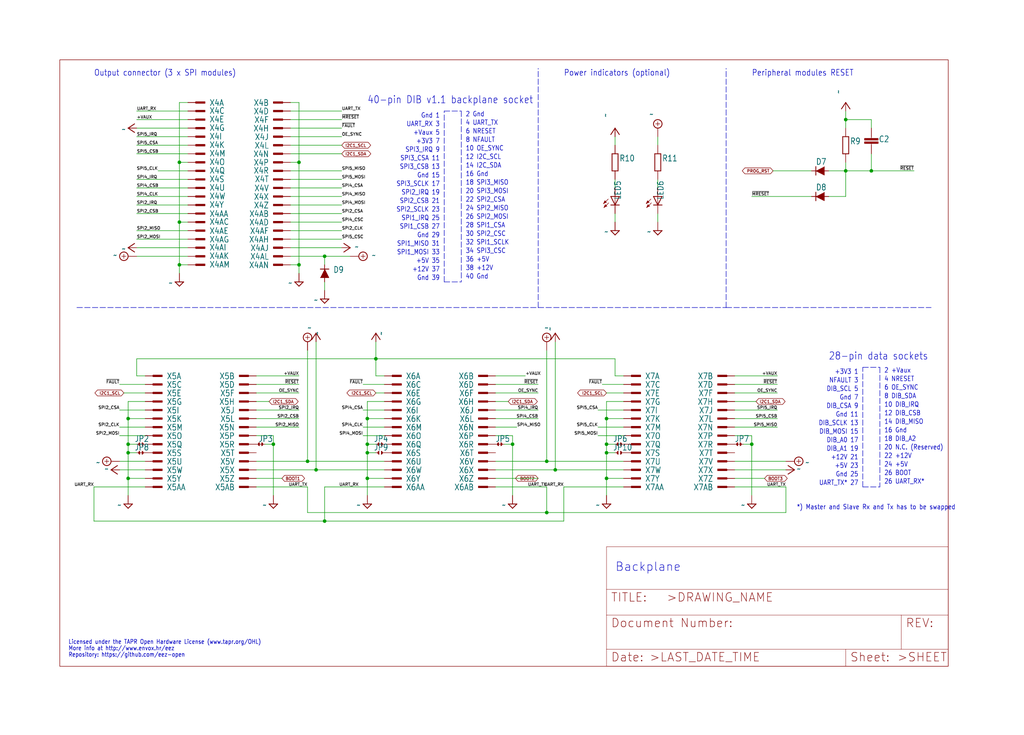
<source format=kicad_sch>
(kicad_sch (version 20211123) (generator eeschema)
  (paper "User" 304.495 218.491)
  (junction (at 180.34 132.08))
  (junction (at 109.22 132.08))
  (junction (at 38.1 134.62))
  (junction (at 180.34 134.62))
  (junction (at 53.34 78.74))
  (junction (at 88.9 48.26))
  (junction (at 109.22 134.62))
  (junction (at 38.1 142.24))
  (junction (at 81.28 132.08))
  (junction (at 93.98 139.7))
  (junction (at 180.34 124.46))
  (junction (at 38.1 124.46))
  (junction (at 251.46 50.8))
  (junction (at 251.46 35.56))
  (junction (at 88.9 78.74))
  (junction (at 223.52 132.08))
  (junction (at 109.22 142.24))
  (junction (at 53.34 66.04))
  (junction (at 96.52 76.2))
  (junction (at 162.56 152.4))
  (junction (at 38.1 132.08))
  (junction (at 162.56 137.16))
  (junction (at 259.08 50.8))
  (junction (at 111.76 106.68))
  (junction (at 91.44 137.16))
  (junction (at 165.1 139.7))
  (junction (at 96.52 154.94))
  (junction (at 180.34 142.24))
  (junction (at 109.22 124.46))
  (junction (at 53.34 48.26))
  (junction (at 152.4 132.08))
  (wire (pts (xy 96.52 83.82) (xy 96.52 86.36)))
  (wire (pts (xy 195.58 66.04) (xy 195.58 63.5)))
  (wire (pts (xy 218.44 111.76) (xy 231.14 111.76)))
  (wire (pts (xy 251.46 50.8) (xy 251.46 48.26)))
  (wire (pts (xy 86.36 45.72) (xy 101.6 45.72)))
  (wire (pts (xy 76.2 127) (xy 88.9 127)))
  (wire (pts (xy 55.88 68.58) (xy 40.64 68.58)))
  (polyline (pts (xy 261.62 109.22) (xy 261.62 144.78)))
  (wire (pts (xy 91.44 137.16) (xy 91.44 104.14)))
  (wire (pts (xy 43.18 121.92) (xy 35.56 121.92)))
  (wire (pts (xy 40.64 73.66) (xy 55.88 73.66)))
  (wire (pts (xy 114.3 111.76) (xy 111.76 111.76)))
  (wire (pts (xy 182.88 134.62) (xy 180.34 134.62)))
  (wire (pts (xy 53.34 48.26) (xy 53.34 30.48)))
  (wire (pts (xy 180.34 147.32) (xy 180.34 142.24)))
  (wire (pts (xy 114.3 114.3) (xy 107.95 114.3)))
  (wire (pts (xy 35.56 139.7) (xy 43.18 139.7)))
  (wire (pts (xy 147.32 119.38) (xy 151.13 119.38)))
  (wire (pts (xy 96.52 144.78) (xy 114.3 144.78)))
  (wire (pts (xy 86.36 55.88) (xy 101.6 55.88)))
  (polyline (pts (xy 215.9 91.44) (xy 276.86 91.44)))
  (wire (pts (xy 114.3 121.92) (xy 107.95 121.92)))
  (wire (pts (xy 180.34 142.24) (xy 180.34 134.62)))
  (wire (pts (xy 111.76 106.68) (xy 111.76 101.6)))
  (wire (pts (xy 55.88 50.8) (xy 46.99 50.8)))
  (wire (pts (xy 55.88 78.74) (xy 53.34 78.74)))
  (wire (pts (xy 86.36 58.42) (xy 101.6 58.42)))
  (wire (pts (xy 246.38 50.8) (xy 251.46 50.8)))
  (wire (pts (xy 147.32 121.92) (xy 160.02 121.92)))
  (wire (pts (xy 162.56 144.78) (xy 147.32 144.78)))
  (wire (pts (xy 162.56 152.4) (xy 162.56 144.78)))
  (wire (pts (xy 86.36 33.02) (xy 101.6 33.02)))
  (wire (pts (xy 55.88 66.04) (xy 53.34 66.04)))
  (wire (pts (xy 43.18 114.3) (xy 35.56 114.3)))
  (wire (pts (xy 55.88 55.88) (xy 40.64 55.88)))
  (wire (pts (xy 55.88 45.72) (xy 40.64 45.72)))
  (wire (pts (xy 147.32 142.24) (xy 160.02 142.24)))
  (wire (pts (xy 86.36 63.5) (xy 101.6 63.5)))
  (wire (pts (xy 147.32 139.7) (xy 165.1 139.7)))
  (wire (pts (xy 246.38 58.42) (xy 251.46 58.42)))
  (wire (pts (xy 167.64 144.78) (xy 167.64 154.94)))
  (wire (pts (xy 259.08 45.72) (xy 259.08 50.8)))
  (wire (pts (xy 182.88 106.68) (xy 182.88 111.76)))
  (wire (pts (xy 76.2 124.46) (xy 88.9 124.46)))
  (wire (pts (xy 38.1 124.46) (xy 38.1 119.38)))
  (wire (pts (xy 259.08 50.8) (xy 271.78 50.8)))
  (wire (pts (xy 223.52 129.54) (xy 218.44 129.54)))
  (wire (pts (xy 182.88 43.18) (xy 182.88 40.64)))
  (wire (pts (xy 43.18 111.76) (xy 40.64 111.76)))
  (wire (pts (xy 43.18 119.38) (xy 38.1 119.38)))
  (wire (pts (xy 40.64 111.76) (xy 40.64 106.68)))
  (wire (pts (xy 180.34 134.62) (xy 180.34 132.08)))
  (wire (pts (xy 101.6 40.64) (xy 86.36 40.64)))
  (wire (pts (xy 86.36 73.66) (xy 101.6 73.66)))
  (wire (pts (xy 86.36 35.56) (xy 101.6 35.56)))
  (polyline (pts (xy 160.02 91.44) (xy 160.02 20.32)))
  (wire (pts (xy 185.42 116.84) (xy 180.34 116.84)))
  (wire (pts (xy 43.18 124.46) (xy 38.1 124.46)))
  (wire (pts (xy 251.46 35.56) (xy 251.46 38.1)))
  (wire (pts (xy 43.18 116.84) (xy 36.83 116.84)))
  (wire (pts (xy 96.52 76.2) (xy 104.14 76.2)))
  (wire (pts (xy 109.22 142.24) (xy 109.22 147.32)))
  (wire (pts (xy 218.44 144.78) (xy 233.68 144.78)))
  (wire (pts (xy 55.88 40.64) (xy 40.64 40.64)))
  (wire (pts (xy 53.34 66.04) (xy 53.34 48.26)))
  (wire (pts (xy 185.42 144.78) (xy 167.64 144.78)))
  (wire (pts (xy 223.52 132.08) (xy 223.52 129.54)))
  (wire (pts (xy 86.36 68.58) (xy 101.6 68.58)))
  (wire (pts (xy 55.88 43.18) (xy 40.64 43.18)))
  (wire (pts (xy 86.36 71.12) (xy 101.6 71.12)))
  (wire (pts (xy 86.36 78.74) (xy 88.9 78.74)))
  (wire (pts (xy 53.34 78.74) (xy 53.34 66.04)))
  (wire (pts (xy 233.68 152.4) (xy 233.68 144.78)))
  (wire (pts (xy 147.32 137.16) (xy 162.56 137.16)))
  (wire (pts (xy 233.68 139.7) (xy 218.44 139.7)))
  (wire (pts (xy 114.3 129.54) (xy 107.95 129.54)))
  (wire (pts (xy 43.18 129.54) (xy 35.56 129.54)))
  (wire (pts (xy 180.34 124.46) (xy 180.34 119.38)))
  (wire (pts (xy 76.2 137.16) (xy 91.44 137.16)))
  (wire (pts (xy 91.44 144.78) (xy 91.44 152.4)))
  (wire (pts (xy 114.3 124.46) (xy 109.22 124.46)))
  (wire (pts (xy 86.36 60.96) (xy 101.6 60.96)))
  (wire (pts (xy 233.68 137.16) (xy 218.44 137.16)))
  (wire (pts (xy 86.36 53.34) (xy 101.6 53.34)))
  (polyline (pts (xy 215.9 91.44) (xy 215.9 20.32)))
  (wire (pts (xy 27.94 144.78) (xy 27.94 154.94)))
  (wire (pts (xy 147.32 124.46) (xy 160.02 124.46)))
  (wire (pts (xy 220.98 132.08) (xy 223.52 132.08)))
  (wire (pts (xy 111.76 111.76) (xy 111.76 106.68)))
  (wire (pts (xy 86.36 30.48) (xy 88.9 30.48)))
  (wire (pts (xy 40.64 132.08) (xy 38.1 132.08)))
  (wire (pts (xy 81.28 147.32) (xy 81.28 132.08)))
  (wire (pts (xy 55.88 60.96) (xy 40.64 60.96)))
  (wire (pts (xy 93.98 139.7) (xy 93.98 101.6)))
  (wire (pts (xy 114.3 116.84) (xy 111.76 116.84)))
  (wire (pts (xy 147.32 127) (xy 153.67 127)))
  (wire (pts (xy 76.2 129.54) (xy 81.28 129.54)))
  (wire (pts (xy 251.46 58.42) (xy 251.46 50.8)))
  (wire (pts (xy 86.36 66.04) (xy 101.6 66.04)))
  (wire (pts (xy 88.9 81.28) (xy 88.9 78.74)))
  (wire (pts (xy 55.88 63.5) (xy 40.64 63.5)))
  (wire (pts (xy 251.46 33.02) (xy 251.46 35.56)))
  (polyline (pts (xy 160.02 91.44) (xy 215.9 91.44)))
  (wire (pts (xy 53.34 81.28) (xy 53.34 78.74)))
  (wire (pts (xy 114.3 119.38) (xy 109.22 119.38)))
  (wire (pts (xy 76.2 121.92) (xy 88.9 121.92)))
  (wire (pts (xy 91.44 137.16) (xy 114.3 137.16)))
  (wire (pts (xy 109.22 134.62) (xy 109.22 132.08)))
  (wire (pts (xy 229.87 50.8) (xy 241.3 50.8)))
  (wire (pts (xy 185.42 119.38) (xy 180.34 119.38)))
  (wire (pts (xy 38.1 132.08) (xy 38.1 124.46)))
  (wire (pts (xy 114.3 142.24) (xy 109.22 142.24)))
  (wire (pts (xy 162.56 137.16) (xy 162.56 104.14)))
  (wire (pts (xy 86.36 50.8) (xy 101.6 50.8)))
  (wire (pts (xy 96.52 78.74) (xy 96.52 76.2)))
  (polyline (pts (xy 137.16 33.02) (xy 137.16 83.82)))
  (wire (pts (xy 76.2 142.24) (xy 83.82 142.24)))
  (wire (pts (xy 96.52 154.94) (xy 96.52 144.78)))
  (wire (pts (xy 40.64 134.62) (xy 38.1 134.62)))
  (polyline (pts (xy 256.54 144.78) (xy 261.62 144.78)))
  (wire (pts (xy 55.88 33.02) (xy 40.64 33.02)))
  (wire (pts (xy 185.42 139.7) (xy 165.1 139.7)))
  (wire (pts (xy 109.22 142.24) (xy 109.22 134.62)))
  (wire (pts (xy 40.64 106.68) (xy 111.76 106.68)))
  (wire (pts (xy 76.2 119.38) (xy 80.01 119.38)))
  (wire (pts (xy 223.52 147.32) (xy 223.52 132.08)))
  (wire (pts (xy 185.42 127) (xy 177.8 127)))
  (wire (pts (xy 76.2 139.7) (xy 93.98 139.7)))
  (wire (pts (xy 218.44 127) (xy 231.14 127)))
  (wire (pts (xy 55.88 35.56) (xy 40.64 35.56)))
  (wire (pts (xy 251.46 35.56) (xy 259.08 35.56)))
  (wire (pts (xy 55.88 53.34) (xy 40.64 53.34)))
  (wire (pts (xy 218.44 121.92) (xy 231.14 121.92)))
  (polyline (pts (xy 22.86 91.44) (xy 160.02 91.44)))
  (wire (pts (xy 185.42 121.92) (xy 177.8 121.92)))
  (wire (pts (xy 76.2 114.3) (xy 88.9 114.3)))
  (wire (pts (xy 38.1 142.24) (xy 38.1 147.32)))
  (wire (pts (xy 86.36 48.26) (xy 88.9 48.26)))
  (wire (pts (xy 35.56 127) (xy 43.18 127)))
  (wire (pts (xy 55.88 30.48) (xy 53.34 30.48)))
  (wire (pts (xy 91.44 152.4) (xy 162.56 152.4)))
  (wire (pts (xy 43.18 144.78) (xy 27.94 144.78)))
  (wire (pts (xy 38.1 134.62) (xy 38.1 132.08)))
  (wire (pts (xy 180.34 132.08) (xy 180.34 124.46)))
  (wire (pts (xy 43.18 142.24) (xy 38.1 142.24)))
  (wire (pts (xy 114.3 127) (xy 107.95 127)))
  (wire (pts (xy 109.22 132.08) (xy 109.22 124.46)))
  (wire (pts (xy 185.42 129.54) (xy 177.8 129.54)))
  (wire (pts (xy 88.9 78.74) (xy 88.9 48.26)))
  (wire (pts (xy 55.88 38.1) (xy 40.64 38.1)))
  (wire (pts (xy 147.32 114.3) (xy 160.02 114.3)))
  (polyline (pts (xy 132.08 83.82) (xy 137.16 83.82)))
  (wire (pts (xy 218.44 116.84) (xy 231.14 116.84)))
  (wire (pts (xy 152.4 129.54) (xy 147.32 129.54)))
  (wire (pts (xy 109.22 124.46) (xy 109.22 119.38)))
  (polyline (pts (xy 256.54 144.78) (xy 256.54 109.22)))
  (wire (pts (xy 40.64 76.2) (xy 55.88 76.2)))
  (wire (pts (xy 38.1 142.24) (xy 38.1 134.62)))
  (wire (pts (xy 185.42 124.46) (xy 180.34 124.46)))
  (wire (pts (xy 185.42 142.24) (xy 180.34 142.24)))
  (wire (pts (xy 81.28 132.08) (xy 81.28 129.54)))
  (wire (pts (xy 149.86 132.08) (xy 152.4 132.08)))
  (wire (pts (xy 182.88 106.68) (xy 111.76 106.68)))
  (wire (pts (xy 152.4 132.08) (xy 152.4 129.54)))
  (wire (pts (xy 76.2 116.84) (xy 88.9 116.84)))
  (wire (pts (xy 251.46 50.8) (xy 259.08 50.8)))
  (wire (pts (xy 152.4 147.32) (xy 152.4 132.08)))
  (wire (pts (xy 147.32 116.84) (xy 160.02 116.84)))
  (wire (pts (xy 218.44 124.46) (xy 231.14 124.46)))
  (wire (pts (xy 223.52 58.42) (xy 241.3 58.42)))
  (wire (pts (xy 259.08 35.56) (xy 259.08 38.1)))
  (wire (pts (xy 76.2 144.78) (xy 91.44 144.78)))
  (wire (pts (xy 182.88 132.08) (xy 180.34 132.08)))
  (wire (pts (xy 218.44 119.38) (xy 224.79 119.38)))
  (wire (pts (xy 55.88 48.26) (xy 53.34 48.26)))
  (wire (pts (xy 55.88 71.12) (xy 40.64 71.12)))
  (wire (pts (xy 218.44 142.24) (xy 227.33 142.24)))
  (wire (pts (xy 185.42 137.16) (xy 162.56 137.16)))
  (wire (pts (xy 86.36 43.18) (xy 101.6 43.18)))
  (wire (pts (xy 78.74 132.08) (xy 81.28 132.08)))
  (wire (pts (xy 165.1 139.7) (xy 165.1 101.6)))
  (wire (pts (xy 76.2 111.76) (xy 88.9 111.76)))
  (wire (pts (xy 27.94 154.94) (xy 96.52 154.94)))
  (wire (pts (xy 114.3 139.7) (xy 93.98 139.7)))
  (wire (pts (xy 86.36 76.2) (xy 96.52 76.2)))
  (wire (pts (xy 195.58 43.18) (xy 195.58 40.64)))
  (polyline (pts (xy 132.08 83.82) (xy 132.08 33.02)))
  (wire (pts (xy 86.36 38.1) (xy 101.6 38.1)))
  (wire (pts (xy 111.76 132.08) (xy 109.22 132.08)))
  (polyline (pts (xy 132.08 33.02) (xy 137.16 33.02)))
  (wire (pts (xy 35.56 137.16) (xy 43.18 137.16)))
  (wire (pts (xy 185.42 111.76) (xy 182.88 111.76)))
  (wire (pts (xy 195.58 55.88) (xy 195.58 53.34)))
  (wire (pts (xy 185.42 114.3) (xy 179.07 114.3)))
  (wire (pts (xy 182.88 66.04) (xy 182.88 63.5)))
  (wire (pts (xy 111.76 134.62) (xy 109.22 134.62)))
  (wire (pts (xy 162.56 152.4) (xy 233.68 152.4)))
  (polyline (pts (xy 256.54 109.22) (xy 261.62 109.22)))
  (wire (pts (xy 96.52 154.94) (xy 167.64 154.94)))
  (wire (pts (xy 147.32 111.76) (xy 156.21 111.76)))
  (wire (pts (xy 182.88 55.88) (xy 182.88 53.34)))
  (wire (pts (xy 55.88 58.42) (xy 40.64 58.42)))
  (wire (pts (xy 88.9 48.26) (xy 88.9 30.48)))
  (wire (pts (xy 218.44 114.3) (xy 231.14 114.3)))
  (text "40-pin DIB v1.1 backplane socket" (at 109.22 31.115 180) (effects (font (size 2.1844 1.8567)) (justify left bottom)))
  (text "UART_TX* 27" (at 255.27 142.875 180) (effects (font (size 1.4224 1.209)) (justify right top)))
  (text "Gnd 25" (at 255.27 140.335 180) (effects (font (size 1.4224 1.209)) (justify right top)))
  (text "18 DIB_A2" (at 262.89 131.445 180) (effects (font (size 1.4224 1.209)) (justify left bottom)))
  (text "DIB_SCL 5" (at 255.27 114.935 180) (effects (font (size 1.4224 1.209)) (justify right top)))
  (text "28 SPI1_CSA" (at 138.43 67.945 180) (effects (font (size 1.4224 1.209)) (justify left bottom)))
  (text "40 Gnd" (at 138.43 83.185 180) (effects (font (size 1.4224 1.209)) (justify left bottom)))
  (text "SPI1_CSB 27" (at 130.81 66.675 180) (effects (font (size 1.4224 1.209)) (justify right top)))
  (text "10 OE_SYNC" (at 138.43 45.085 180) (effects (font (size 1.4224 1.209)) (justify left bottom)))
  (text "2 +Vaux" (at 262.89 111.125 180) (effects (font (size 1.4224 1.209)) (justify left bottom)))
  (text "38 +12V" (at 138.43 80.645 180) (effects (font (size 1.4224 1.209)) (justify left bottom)))
  (text "28-pin data sockets" (at 246.38 107.315 180) (effects (font (size 2.1844 1.8567)) (justify left bottom)))
  (text "Gnd 1" (at 130.81 33.655 180) (effects (font (size 1.4224 1.209)) (justify right top)))
  (text "SPI3_CSB 13" (at 130.81 48.895 180) (effects (font (size 1.4224 1.209)) (justify right top)))
  (text "18 SPI3_MISO" (at 138.43 55.245 180) (effects (font (size 1.4224 1.209)) (justify left bottom)))
  (text "+3V3 7" (at 130.81 41.275 180) (effects (font (size 1.4224 1.209)) (justify right top)))
  (text "+Vaux 5" (at 130.81 38.735 180) (effects (font (size 1.4224 1.209)) (justify right top)))
  (text "14 I2C_SDA" (at 138.43 50.165 180) (effects (font (size 1.4224 1.209)) (justify left bottom)))
  (text "Licensed under the TAPR Open Hardware License (www.tapr.org/OHL)" (at 20.32 191.77 180) (effects (font (size 1.27 1.0795)) (justify left bottom)))
  (text "NFAULT 3" (at 255.27 112.395 180) (effects (font (size 1.4224 1.209)) (justify right top)))
  (text "SPI3_IRQ 9" (at 130.81 43.815 180) (effects (font (size 1.4224 1.209)) (justify right top)))
  (text "8 NFAULT" (at 138.43 42.545 180) (effects (font (size 1.4224 1.209)) (justify left bottom)))
  (text "More info at http://www.envox.hr/eez" (at 20.32 193.675 180) (effects (font (size 1.27 1.0795)) (justify left bottom)))
  (text "UART_RX 3" (at 130.81 36.195 180) (effects (font (size 1.4224 1.209)) (justify right top)))
  (text "24 SPI2_MISO" (at 138.43 62.865 180) (effects (font (size 1.4224 1.209)) (justify left bottom)))
  (text "4 UART_TX" (at 138.43 37.465 180) (effects (font (size 1.4224 1.209)) (justify left bottom)))
  (text "36 +5V" (at 138.43 78.105 180) (effects (font (size 1.4224 1.209)) (justify left bottom)))
  (text "DIB_A1 19" (at 255.27 132.715 180) (effects (font (size 1.4224 1.209)) (justify right top)))
  (text "26 BOOT" (at 262.89 141.605 180) (effects (font (size 1.4224 1.209)) (justify left bottom)))
  (text "26 SPI2_MOSI" (at 138.43 65.405 180) (effects (font (size 1.4224 1.209)) (justify left bottom)))
  (text "32 SPI1_SCLK" (at 138.43 73.025 180) (effects (font (size 1.4224 1.209)) (justify left bottom)))
  (text "SPI1_IRQ 25" (at 130.81 64.135 180) (effects (font (size 1.4224 1.209)) (justify right top)))
  (text "Peripheral modules RESET" (at 223.52 22.86 180) (effects (font (size 1.778 1.5113)) (justify left bottom)))
  (text "Gnd 15" (at 130.81 51.435 180) (effects (font (size 1.4224 1.209)) (justify right top)))
  (text "24 +5V" (at 262.89 139.065 180) (effects (font (size 1.4224 1.209)) (justify left bottom)))
  (text "12 DIB_CSB" (at 262.89 123.825 180) (effects (font (size 1.4224 1.209)) (justify left bottom)))
  (text "20 SPI3_MOSI" (at 138.43 57.785 180) (effects (font (size 1.4224 1.209)) (justify left bottom)))
  (text "SPI3_CSA 11" (at 130.81 46.355 180) (effects (font (size 1.4224 1.209)) (justify right top)))
  (text "6 OE_SYNC" (at 262.89 116.205 180) (effects (font (size 1.4224 1.209)) (justify left bottom)))
  (text "34 SPI3_CSC" (at 138.43 75.565 180) (effects (font (size 1.4224 1.209)) (justify left bottom)))
  (text "Gnd 7" (at 255.27 117.475 180) (effects (font (size 1.4224 1.209)) (justify right top)))
  (text "Output connector (3 x SPI modules)" (at 27.94 22.86 180) (effects (font (size 1.778 1.5113)) (justify left bottom)))
  (text "SPI3_SCLK 17" (at 130.81 53.975 180) (effects (font (size 1.4224 1.209)) (justify right top)))
  (text "DIB_CSA 9" (at 255.27 120.015 180) (effects (font (size 1.4224 1.209)) (justify right top)))
  (text "+3V3 1" (at 255.27 109.855 180) (effects (font (size 1.4224 1.209)) (justify right top)))
  (text "10 DIB_IRQ" (at 262.89 121.285 180) (effects (font (size 1.4224 1.209)) (justify left bottom)))
  (text "*) Master and Slave Rx and Tx has to be swapped" (at 236.855 151.765 180) (effects (font (size 1.4224 1.209)) (justify left bottom)))
  (text "DIB_SCLK 13" (at 255.27 125.095 180) (effects (font (size 1.4224 1.209)) (justify right top)))
  (text "2 Gnd" (at 138.43 34.925 180) (effects (font (size 1.4224 1.209)) (justify left bottom)))
  (text "Power indicators (optional)" (at 167.64 22.86 180) (effects (font (size 1.778 1.5113)) (justify left bottom)))
  (text "30 SPI2_CSC" (at 138.43 70.485 180) (effects (font (size 1.4224 1.209)) (justify left bottom)))
  (text "SPI2_CSB 21" (at 130.81 59.055 180) (effects (font (size 1.4224 1.209)) (justify right top)))
  (text "12 I2C_SCL" (at 138.43 47.625 180) (effects (font (size 1.4224 1.209)) (justify left bottom)))
  (text "DIB_MOSI 15" (at 255.27 127.635 180) (effects (font (size 1.4224 1.209)) (justify right top)))
  (text "16 Gnd" (at 262.89 128.905 180) (effects (font (size 1.4224 1.209)) (justify left bottom)))
  (text "SPI2_IRQ 19" (at 130.81 56.515 180) (effects (font (size 1.4224 1.209)) (justify right top)))
  (text "SPI2_SCLK 23" (at 130.81 61.595 180) (effects (font (size 1.4224 1.209)) (justify right top)))
  (text "20 N.C. (Reserved)" (at 262.89 133.985 180) (effects (font (size 1.4224 1.209)) (justify left bottom)))
  (text "Repository: https://github.com/eez-open" (at 20.32 195.58 180) (effects (font (size 1.27 1.0795)) (justify left bottom)))
  (text "Gnd 29" (at 130.81 69.215 180) (effects (font (size 1.4224 1.209)) (justify right top)))
  (text "8 DIB_SDA" (at 262.89 118.745 180) (effects (font (size 1.4224 1.209)) (justify left bottom)))
  (text "SPI1_MOSI 33" (at 130.81 74.295 180) (effects (font (size 1.4224 1.209)) (justify right top)))
  (text "14 DIB_MISO" (at 262.89 126.365 180) (effects (font (size 1.4224 1.209)) (justify left bottom)))
  (text "Gnd 39" (at 130.81 81.915 180) (effects (font (size 1.4224 1.209)) (justify right top)))
  (text "Gnd 11" (at 255.27 122.555 180) (effects (font (size 1.4224 1.209)) (justify right top)))
  (text "+12V 37" (at 130.81 79.375 180) (effects (font (size 1.4224 1.209)) (justify right top)))
  (text "+5V 35" (at 130.81 76.835 180) (effects (font (size 1.4224 1.209)) (justify right top)))
  (text "+12V 21" (at 255.27 135.255 180) (effects (font (size 1.4224 1.209)) (justify right top)))
  (text "Backplane" (at 182.88 170.18 180) (effects (font (size 2.54 2.54)) (justify left bottom)))
  (text "26 UART_RX*" (at 262.89 144.145 180) (effects (font (size 1.4224 1.209)) (justify left bottom)))
  (text "22 +12V" (at 262.89 136.525 180) (effects (font (size 1.4224 1.209)) (justify left bottom)))
  (text "DIB_A0 17" (at 255.27 130.175 180) (effects (font (size 1.4224 1.209)) (justify right top)))
  (text "6 NRESET" (at 138.43 40.005 180) (effects (font (size 1.4224 1.209)) (justify left bottom)))
  (text "4 NRESET" (at 262.89 113.665 180) (effects (font (size 1.4224 1.209)) (justify left bottom)))
  (text "SPI1_MISO 31" (at 130.81 71.755 180) (effects (font (size 1.4224 1.209)) (justify right top)))
  (text "16 Gnd" (at 138.43 52.705 180) (effects (font (size 1.4224 1.209)) (justify left bottom)))
  (text "22 SPI2_CSA" (at 138.43 60.325 180) (effects (font (size 1.4224 1.209)) (justify left bottom)))
  (text "+5V 23" (at 255.27 137.795 180) (effects (font (size 1.4224 1.209)) (justify right top)))
  (label "SPI5_MISO" (at 231.14 127 180) (effects (font (size 0.889 0.889))))
  (label "SPI2_MOSI" (at 35.56 129.54 180) (effects (font (size 0.889 0.889))))
  (label "SPI4_CSB" (at 160.02 124.46 180) (effects (font (size 0.889 0.889))))
  (label "SPI4_CLK" (at 40.64 58.42 0) (effects (font (size 0.889 0.889))))
  (label "SPI4_CSA" (at 107.95 121.92 180) (effects (font (size 0.889 0.889))))
  (label "~{RESET}" (at 88.9 114.3 180) (effects (font (size 0.889 0.889))))
  (label "SPI2_CSA" (at 35.56 121.92 180) (effects (font (size 0.889 0.889))))
  (label "UART_TX" (at 233.68 144.78 180) (effects (font (size 0.889 0.889))))
  (label "~{RESET}" (at 271.78 50.8 180) (effects (font (size 0.889 0.889))))
  (label "SPI5_IRQ" (at 231.14 121.92 180) (effects (font (size 0.889 0.889))))
  (label "SPI4_IRQ" (at 40.64 53.34 0) (effects (font (size 0.889 0.889))))
  (label "SPI5_CSB" (at 40.64 45.72 0) (effects (font (size 0.889 0.889))))
  (label "SPI2_CSA" (at 101.6 63.5 0) (effects (font (size 0.889 0.889))))
  (label "+VAUX" (at 231.14 111.76 180) (effects (font (size 0.889 0.889))))
  (label "SPI5_MISO" (at 101.6 50.8 0) (effects (font (size 0.889 0.889))))
  (label "SPI2_IRQ" (at 88.9 121.92 180) (effects (font (size 0.889 0.889))))
  (label "SPI4_MISO" (at 153.67 127 0) (effects (font (size 0.889 0.889))))
  (label "SPI4_CSB" (at 40.64 55.88 0) (effects (font (size 0.889 0.889))))
  (label "SPI4_CSC" (at 101.6 66.04 0) (effects (font (size 0.889 0.889))))
  (label "SPI4_CSA" (at 101.6 55.88 0) (effects (font (size 0.889 0.889))))
  (label "UART_RX" (at 40.64 33.02 0) (effects (font (size 0.889 0.889))))
  (label "SPI5_MOSI" (at 101.6 53.34 0) (effects (font (size 0.889 0.889))))
  (label "SPI2_MISO" (at 88.9 127 180) (effects (font (size 0.889 0.889))))
  (label "SPI2_CSB" (at 40.64 63.5 0) (effects (font (size 0.889 0.889))))
  (label "UART_RX" (at 27.94 144.78 180) (effects (font (size 0.889 0.889))))
  (label "SPI5_IRQ" (at 40.64 40.64 0) (effects (font (size 0.889 0.889))))
  (label "~{FAULT}" (at 107.95 114.3 180) (effects (font (size 0.889 0.889))))
  (label "UART_RX" (at 167.64 144.78 180) (effects (font (size 0.889 0.889))))
  (label "SPI5_CSC" (at 101.6 71.12 0) (effects (font (size 0.889 0.889))))
  (label "SPI2_MISO" (at 40.64 68.58 0) (effects (font (size 0.889 0.889))))
  (label "OE_SYNC" (at 101.6 40.64 0) (effects (font (size 0.889 0.889))))
  (label "SPI2_CSB" (at 88.9 124.46 180) (effects (font (size 0.889 0.889))))
  (label "SPI4_IRQ" (at 160.02 121.92 180) (effects (font (size 0.889 0.889))))
  (label "~{FAULT}" (at 101.6 38.1 0) (effects (font (size 0.889 0.889))))
  (label "SPI5_MOSI" (at 177.8 129.54 180) (effects (font (size 0.889 0.889))))
  (label "OE_SYNC" (at 88.9 116.84 180) (effects (font (size 0.889 0.889))))
  (label "~{FAULT}" (at 179.07 114.3 180) (effects (font (size 0.889 0.889))))
  (label "SPI5_CSB" (at 231.14 124.46 180) (effects (font (size 0.889 0.889))))
  (label "SPI4_CLK" (at 107.95 127 180) (effects (font (size 0.889 0.889))))
  (label "SPI2_IRQ" (at 40.64 60.96 0) (effects (font (size 0.889 0.889))))
  (label "UART_TX" (at 162.56 144.78 180) (effects (font (size 0.889 0.889))))
  (label "+VAUX" (at 40.64 35.56 0) (effects (font (size 0.889 0.889))))
  (label "OE_SYNC" (at 160.02 116.84 180) (effects (font (size 0.889 0.889))))
  (label "SPI4_MISO" (at 101.6 58.42 0) (effects (font (size 0.889 0.889))))
  (label "~{FAULT}" (at 35.56 114.3 180) (effects (font (size 0.889 0.889))))
  (label "OE_SYNC" (at 231.14 116.84 180) (effects (font (size 0.889 0.889))))
  (label "~{RESET}" (at 160.02 114.3 180) (effects (font (size 0.889 0.889))))
  (label "SPI2_CLK" (at 35.56 127 180) (effects (font (size 0.889 0.889))))
  (label "UART_TX" (at 101.6 33.02 0) (effects (font (size 0.889 0.889))))
  (label "~{MRESET}" (at 223.52 58.42 0) (effects (font (size 0.889 0.889))))
  (label "SPI5_CLK" (at 177.8 127 180) (effects (font (size 0.889 0.889))))
  (label "+VAUX" (at 156.21 111.76 0) (effects (font (size 0.889 0.889))))
  (label "~{MRESET}" (at 101.6 35.56 0) (effects (font (size 0.889 0.889))))
  (label "SPI5_CSA" (at 177.8 121.92 180) (effects (font (size 0.889 0.889))))
  (label "UART_TX" (at 91.44 144.78 180) (effects (font (size 0.889 0.889))))
  (label "SPI4_MOSI" (at 107.95 129.54 180) (effects (font (size 0.889 0.889))))
  (label "+VAUX" (at 88.9 111.76 180) (effects (font (size 0.889 0.889))))
  (label "SPI5_CLK" (at 46.99 50.8 180) (effects (font (size 0.889 0.889))))
  (label "SPI5_CSA" (at 40.64 43.18 0) (effects (font (size 0.889 0.889))))
  (label "SPI4_MOSI" (at 101.6 60.96 0) (effects (font (size 0.889 0.889))))
  (label "~{RESET}" (at 231.14 114.3 180) (effects (font (size 0.889 0.889))))
  (label "SPI2_MOSI" (at 40.64 71.12 0) (effects (font (size 0.889 0.889))))
  (label "SPI2_CLK" (at 101.6 68.58 0) (effects (font (size 0.889 0.889))))
  (label "UART_RX" (at 106.68 144.78 180) (effects (font (size 0.889 0.889))))
  (global_label "BOOT1" (shape bidirectional) (at 83.82 142.24 0) (effects (font (size 0.889 0.889))) (property "Intersheet References" "${INTERSHEET_REFS}" (effects hide)))
  (global_label "PROG_RST" (shape bidirectional) (at 229.87 50.8 180) (effects (font (size 0.889 0.889))) (property "Intersheet References" "${INTERSHEET_REFS}" (effects hide)))
  (global_label "BOOT3" (shape bidirectional) (at 227.33 142.24 0) (effects (font (size 0.889 0.889))) (property "Intersheet References" "${INTERSHEET_REFS}" (effects hide)))
  (global_label "I2C1_SDA" (shape bidirectional) (at 101.6 45.72 0) (effects (font (size 0.889 0.889))) (property "Intersheet References" "${INTERSHEET_REFS}" (effects hide)))
  (global_label "I2C1_SCL" (shape bidirectional) (at 36.83 116.84 180) (effects (font (size 0.889 0.889))) (property "Intersheet References" "${INTERSHEET_REFS}" (effects hide)))
  (global_label "I2C1_SCL" (shape bidirectional) (at 111.76 116.84 180) (effects (font (size 0.889 0.889))) (property "Intersheet References" "${INTERSHEET_REFS}" (effects hide)))
  (global_label "I2C1_SCL" (shape bidirectional) (at 101.6 43.18 0) (effects (font (size 0.889 0.889))) (property "Intersheet References" "${INTERSHEET_REFS}" (effects hide)))
  (global_label "I2C1_SCL" (shape bidirectional) (at 180.34 116.84 180) (effects (font (size 0.889 0.889))) (property "Intersheet References" "${INTERSHEET_REFS}" (effects hide)))
  (global_label "I2C1_SDA" (shape bidirectional) (at 80.01 119.38 0) (effects (font (size 0.889 0.889))) (property "Intersheet References" "${INTERSHEET_REFS}" (effects hide)))
  (global_label "I2C1_SDA" (shape bidirectional) (at 151.13 119.38 0) (effects (font (size 0.889 0.889))) (property "Intersheet References" "${INTERSHEET_REFS}" (effects hide)))
  (global_label "BOOT2" (shape bidirectional) (at 160.02 142.24 180) (effects (font (size 0.889 0.889))) (property "Intersheet References" "${INTERSHEET_REFS}" (effects hide)))
  (global_label "I2C1_SDA" (shape bidirectional) (at 224.79 119.38 0) (effects (font (size 0.889 0.889))) (property "Intersheet References" "${INTERSHEET_REFS}" (effects hide)))
  (symbol (lib_id "EEZ_DIB_BP3C_r3B3-eagle-import:+12V") (at 162.56 101.6 0) (unit 1)
    (property "Reference" "#SUPPLY18" (effects hide))
  )
  (symbol (lib_id "EEZ_DIB_BP3C_r3B3-eagle-import:TSW-114-07-F-D") (at 76.2 119.38 0) (unit 8)
    (property "Reference" "X5" (at 69.85 118.491 0) (effects (font (size 1.778 1.5113)) (justify right top)))
  )
  (symbol (lib_id "EEZ_DIB_BP3C_r3B3-eagle-import:TSW-114-07-F-D") (at 185.42 116.84 0) (mirror y) (unit 5)
    (property "Reference" "X7" (at 191.77 115.951 0) (effects (font (size 1.778 1.5113)) (justify right top)))
  )
  (symbol (lib_id "EEZ_DIB_BP3C_r3B3-eagle-import:ZL212-40KG") (at 86.36 43.18 0) (unit 12)
    (property "Reference" "X4" (at 80.01 42.291 0) (effects (font (size 1.778 1.5113)) (justify right top)))
  )
  (symbol (lib_id "EEZ_DIB_BP3C_r3B3-eagle-import:TSW-114-07-F-D") (at 76.2 114.3 0) (unit 4)
    (property "Reference" "X5" (at 69.85 113.411 0) (effects (font (size 1.778 1.5113)) (justify right top)))
  )
  (symbol (lib_id "EEZ_DIB_BP3C_r3B3-eagle-import:+3V3") (at 111.76 99.06 0) (unit 1)
    (property "Reference" "#+3V33" (effects hide))
  )
  (symbol (lib_id "EEZ_DIB_BP3C_r3B3-eagle-import:TSW-114-07-F-D") (at 147.32 142.24 0) (unit 26)
    (property "Reference" "X6" (at 140.97 141.351 0) (effects (font (size 1.778 1.5113)) (justify right top)))
  )
  (symbol (lib_id "EEZ_DIB_BP3C_r3B3-eagle-import:TSW-114-07-F-D") (at 114.3 114.3 0) (mirror y) (unit 3)
    (property "Reference" "X6" (at 120.65 113.411 0) (effects (font (size 1.778 1.5113)) (justify right top)))
  )
  (symbol (lib_id "EEZ_DIB_BP3C_r3B3-eagle-import:ZL212-40KG") (at 86.36 58.42 0) (unit 24)
    (property "Reference" "X4" (at 80.01 57.531 0) (effects (font (size 1.778 1.5113)) (justify right top)))
  )
  (symbol (lib_id "EEZ_DIB_BP3C_r3B3-eagle-import:DINA4_L") (at 180.34 198.12 0) (unit 2)
    (property "Reference" "#FRAME2" (effects hide))
  )
  (symbol (lib_id "EEZ_DIB_BP3C_r3B3-eagle-import:GND") (at 81.28 149.86 0) (unit 1)
    (property "Reference" "#SUPPLY11" (effects hide))
  )
  (symbol (lib_id "EEZ_DIB_BP3C_r3B3-eagle-import:TSW-114-07-F-D") (at 147.32 127 0) (unit 14)
    (property "Reference" "X6" (at 140.97 126.111 0) (effects (font (size 1.778 1.5113)) (justify right top)))
  )
  (symbol (lib_id "EEZ_DIB_BP3C_r3B3-eagle-import:TSW-114-07-F-D") (at 185.42 121.92 0) (mirror y) (unit 9)
    (property "Reference" "X7" (at 191.77 121.031 0) (effects (font (size 1.778 1.5113)) (justify right top)))
  )
  (symbol (lib_id "EEZ_DIB_BP3C_r3B3-eagle-import:GND") (at 38.1 149.86 0) (unit 1)
    (property "Reference" "#SUPPLY8" (effects hide))
  )
  (symbol (lib_id "EEZ_DIB_BP3C_r3B3-eagle-import:TSW-114-07-F-D") (at 114.3 137.16 0) (mirror y) (unit 21)
    (property "Reference" "X6" (at 120.65 136.271 0) (effects (font (size 1.778 1.5113)) (justify right top)))
  )
  (symbol (lib_id "EEZ_DIB_BP3C_r3B3-eagle-import:ZL212-40KG") (at 55.88 58.42 180) (unit 23)
    (property "Reference" "X4" (at 62.23 59.309 0) (effects (font (size 1.778 1.5113)) (justify right top)))
  )
  (symbol (lib_id "EEZ_DIB_BP3C_r3B3-eagle-import:TSW-114-07-F-D") (at 76.2 121.92 0) (unit 10)
    (property "Reference" "X5" (at 69.85 121.031 0) (effects (font (size 1.778 1.5113)) (justify right top)))
  )
  (symbol (lib_id "EEZ_DIB_BP3C_r3B3-eagle-import:ZL212-40KG") (at 86.36 50.8 0) (mirror x) (unit 18)
    (property "Reference" "X4" (at 80.01 51.689 0) (effects (font (size 1.778 1.5113)) (justify right top)))
  )
  (symbol (lib_id "EEZ_DIB_BP3C_r3B3-eagle-import:DIODEDO214AA") (at 96.52 81.28 270) (mirror x) (unit 1)
    (property "Reference" "D9" (at 99.06 79.2226 90) (effects (font (size 1.778 1.5113)) (justify left bottom)))
  )
  (symbol (lib_id "EEZ_DIB_BP3C_r3B3-eagle-import:TSW-114-07-F-D") (at 43.18 127 0) (mirror y) (unit 13)
    (property "Reference" "X5" (at 49.53 126.111 0) (effects (font (size 1.778 1.5113)) (justify right top)))
  )
  (symbol (lib_id "EEZ_DIB_BP3C_r3B3-eagle-import:GND") (at 96.52 88.9 0) (unit 1)
    (property "Reference" "#SUPPLY14" (effects hide))
  )
  (symbol (lib_id "EEZ_DIB_BP3C_r3B3-eagle-import:ZL212-40KG") (at 86.36 55.88 0) (unit 22)
    (property "Reference" "X4" (at 80.01 54.991 0) (effects (font (size 1.778 1.5113)) (justify right top)))
  )
  (symbol (lib_id "EEZ_DIB_BP3C_r3B3-eagle-import:+3V3") (at 38.1 38.1 90) (unit 1)
    (property "Reference" "#+3V32" (effects hide))
  )
  (symbol (lib_id "EEZ_DIB_BP3C_r3B3-eagle-import:DINA4_L") (at 17.78 198.12 0) (unit 1)
    (property "Reference" "#FRAME2" (effects hide))
  )
  (symbol (lib_id "EEZ_DIB_BP3C_r3B3-eagle-import:ZL212-40KG") (at 55.88 45.72 180) (unit 13)
    (property "Reference" "X4" (at 62.23 46.609 0) (effects (font (size 1.778 1.5113)) (justify right top)))
  )
  (symbol (lib_id "EEZ_DIB_BP3C_r3B3-eagle-import:TSW-114-07-F-D") (at 43.18 119.38 0) (mirror y) (unit 7)
    (property "Reference" "X5" (at 49.53 118.491 0) (effects (font (size 1.778 1.5113)) (justify right top)))
  )
  (symbol (lib_id "EEZ_DIB_BP3C_r3B3-eagle-import:ZL212-40KG") (at 55.88 76.2 180) (unit 37)
    (property "Reference" "X4" (at 62.23 77.089 0) (effects (font (size 1.778 1.5113)) (justify right top)))
  )
  (symbol (lib_id "EEZ_DIB_BP3C_r3B3-eagle-import:ZL212-40KG") (at 55.88 43.18 180) (unit 11)
    (property "Reference" "X4" (at 62.23 44.069 0) (effects (font (size 1.778 1.5113)) (justify right top)))
  )
  (symbol (lib_id "EEZ_DIB_BP3C_r3B3-eagle-import:TSW-114-07-F-D") (at 185.42 111.76 0) (mirror y) (unit 1)
    (property "Reference" "X7" (at 191.77 110.871 0) (effects (font (size 1.778 1.5113)) (justify right top)))
  )
  (symbol (lib_id "EEZ_DIB_BP3C_r3B3-eagle-import:TSW-114-07-F-D") (at 76.2 111.76 0) (unit 2)
    (property "Reference" "X5" (at 69.85 110.871 0) (effects (font (size 1.778 1.5113)) (justify right top)))
  )
  (symbol (lib_id "EEZ_DIB_BP3C_r3B3-eagle-import:TSW-114-07-F-D") (at 185.42 139.7 0) (mirror y) (unit 23)
    (property "Reference" "X7" (at 191.77 138.811 0) (effects (font (size 1.778 1.5113)) (justify right top)))
  )
  (symbol (lib_id "EEZ_DIB_BP3C_r3B3-eagle-import:TSW-114-07-F-D") (at 218.44 119.38 0) (unit 8)
    (property "Reference" "X7" (at 212.09 118.491 0) (effects (font (size 1.778 1.5113)) (justify right top)))
  )
  (symbol (lib_id "EEZ_DIB_BP3C_r3B3-eagle-import:+12V") (at 106.68 76.2 270) (unit 1)
    (property "Reference" "#SUPPLY15" (effects hide))
  )
  (symbol (lib_id "EEZ_DIB_BP3C_r3B3-eagle-import:GND") (at 53.34 83.82 0) (unit 1)
    (property "Reference" "#SUPPLY10" (effects hide))
  )
  (symbol (lib_id "EEZ_DIB_BP3C_r3B3-eagle-import:TSW-114-07-F-D") (at 147.32 129.54 0) (unit 16)
    (property "Reference" "X6" (at 140.97 128.651 0) (effects (font (size 1.778 1.5113)) (justify right top)))
  )
  (symbol (lib_id "EEZ_DIB_BP3C_r3B3-eagle-import:ZL212-40KG") (at 86.36 38.1 0) (unit 8)
    (property "Reference" "X4" (at 80.01 37.211 0) (effects (font (size 1.778 1.5113)) (justify right top)))
  )
  (symbol (lib_id "EEZ_DIB_BP3C_r3B3-eagle-import:TSW-114-07-F-D") (at 147.32 121.92 0) (unit 10)
    (property "Reference" "X6" (at 140.97 121.031 0) (effects (font (size 1.778 1.5113)) (justify right top)))
  )
  (symbol (lib_id "EEZ_DIB_BP3C_r3B3-eagle-import:TSW-114-07-F-D") (at 43.18 137.16 0) (mirror y) (unit 21)
    (property "Reference" "X5" (at 49.53 136.271 0) (effects (font (size 1.778 1.5113)) (justify right top)))
  )
  (symbol (lib_id "EEZ_DIB_BP3C_r3B3-eagle-import:DIODESOD323R") (at 243.84 58.42 180) (unit 1)
    (property "Reference" "D8" (at 242.57 56.6674 0) (effects (font (size 1.778 1.5113)) (justify right top)))
  )
  (symbol (lib_id "EEZ_DIB_BP3C_r3B3-eagle-import:ZL212-40KG") (at 55.88 68.58 0) (mirror y) (unit 31)
    (property "Reference" "X4" (at 62.23 67.691 0) (effects (font (size 1.778 1.5113)) (justify right top)))
  )
  (symbol (lib_id "EEZ_DIB_BP3C_r3B3-eagle-import:ZL212-40KG") (at 86.36 30.48 0) (unit 2)
    (property "Reference" "X4" (at 80.01 29.591 0) (effects (font (size 1.778 1.5113)) (justify right top)))
  )
  (symbol (lib_id "EEZ_DIB_BP3C_r3B3-eagle-import:ZL212-40KG") (at 86.36 66.04 0) (unit 30)
    (property "Reference" "X4" (at 80.01 65.151 0) (effects (font (size 1.778 1.5113)) (justify right top)))
  )
  (symbol (lib_id "EEZ_DIB_BP3C_r3B3-eagle-import:+5V") (at 93.98 99.06 0) (mirror y) (unit 1)
    (property "Reference" "#P+7" (effects hide))
  )
  (symbol (lib_id "EEZ_DIB_BP3C_r3B3-eagle-import:TSW-114-07-F-D") (at 147.32 139.7 0) (unit 24)
    (property "Reference" "X6" (at 140.97 138.811 0) (effects (font (size 1.778 1.5113)) (justify right top)))
  )
  (symbol (lib_id "EEZ_DIB_BP3C_r3B3-eagle-import:JP2-NOCUT") (at 111.76 132.08 0) (unit 1)
    (property "Reference" "JP4" (at 111.125 131.445 0) (effects (font (size 1.778 1.5113)) (justify left bottom)))
  )
  (symbol (lib_id "EEZ_DIB_BP3C_r3B3-eagle-import:TSW-114-07-F-D") (at 218.44 134.62 0) (unit 20)
    (property "Reference" "X7" (at 212.09 133.731 0) (effects (font (size 1.778 1.5113)) (justify right top)))
  )
  (symbol (lib_id "EEZ_DIB_BP3C_r3B3-eagle-import:ZL212-40KG") (at 55.88 53.34 180) (unit 19)
    (property "Reference" "X4" (at 62.23 54.229 0) (effects (font (size 1.778 1.5113)) (justify right top)))
  )
  (symbol (lib_id "EEZ_DIB_BP3C_r3B3-eagle-import:C-EUC0805") (at 259.08 43.18 0) (mirror x) (unit 1)
    (property "Reference" "C2" (at 261.239 40.386 0) (effects (font (size 1.778 1.5113)) (justify left bottom)))
  )
  (symbol (lib_id "EEZ_DIB_BP3C_r3B3-eagle-import:TSW-114-07-F-D") (at 43.18 124.46 0) (mirror y) (unit 11)
    (property "Reference" "X5" (at 49.53 123.571 0) (effects (font (size 1.778 1.5113)) (justify right top)))
  )
  (symbol (lib_id "EEZ_DIB_BP3C_r3B3-eagle-import:TSW-114-07-F-D") (at 76.2 137.16 0) (unit 22)
    (property "Reference" "X5" (at 69.85 136.271 0) (effects (font (size 1.778 1.5113)) (justify right top)))
  )
  (symbol (lib_id "EEZ_DIB_BP3C_r3B3-eagle-import:TSW-114-07-F-D") (at 185.42 137.16 0) (mirror y) (unit 21)
    (property "Reference" "X7" (at 191.77 136.271 0) (effects (font (size 1.778 1.5113)) (justify right top)))
  )
  (symbol (lib_id "EEZ_DIB_BP3C_r3B3-eagle-import:ZL212-40KG") (at 86.36 33.02 0) (unit 4)
    (property "Reference" "X4" (at 80.01 32.131 0) (effects (font (size 1.778 1.5113)) (justify right top)))
  )
  (symbol (lib_id "EEZ_DIB_BP3C_r3B3-eagle-import:JP2-NOCUT") (at 40.64 134.62 0) (unit 1)
    (property "Reference" "JP8" (at 40.005 133.985 0) (effects (font (size 1.778 1.5113)) (justify left bottom)))
  )
  (symbol (lib_id "EEZ_DIB_BP3C_r3B3-eagle-import:TSW-114-07-F-D") (at 185.42 129.54 0) (mirror y) (unit 15)
    (property "Reference" "X7" (at 191.77 128.651 0) (effects (font (size 1.778 1.5113)) (justify right top)))
  )
  (symbol (lib_id "EEZ_DIB_BP3C_r3B3-eagle-import:TSW-114-07-F-D") (at 114.3 121.92 0) (mirror y) (unit 9)
    (property "Reference" "X6" (at 120.65 121.031 0) (effects (font (size 1.778 1.5113)) (justify right top)))
  )
  (symbol (lib_id "EEZ_DIB_BP3C_r3B3-eagle-import:ZL212-40KG") (at 55.88 40.64 180) (unit 9)
    (property "Reference" "X4" (at 62.23 41.529 0) (effects (font (size 1.778 1.5113)) (justify right top)))
  )
  (symbol (lib_id "EEZ_DIB_BP3C_r3B3-eagle-import:ZL212-40KG") (at 86.36 76.2 0) (unit 38)
    (property "Reference" "X4" (at 80.01 75.311 0) (effects (font (size 1.778 1.5113)) (justify right top)))
  )
  (symbol (lib_id "EEZ_DIB_BP3C_r3B3-eagle-import:TSW-114-07-F-D") (at 218.44 124.46 0) (unit 12)
    (property "Reference" "X7" (at 212.09 123.571 0) (effects (font (size 1.778 1.5113)) (justify right top)))
  )
  (symbol (lib_id "EEZ_DIB_BP3C_r3B3-eagle-import:TSW-114-07-F-D") (at 76.2 142.24 0) (unit 26)
    (property "Reference" "X5" (at 69.85 141.351 0) (effects (font (size 1.778 1.5113)) (justify right top)))
  )
  (symbol (lib_id "EEZ_DIB_BP3C_r3B3-eagle-import:ZL212-40KG") (at 55.88 60.96 180) (unit 25)
    (property "Reference" "X4" (at 62.23 61.849 0) (effects (font (size 1.778 1.5113)) (justify right top)))
  )
  (symbol (lib_id "EEZ_DIB_BP3C_r3B3-eagle-import:ZL212-40KG") (at 86.36 71.12 0) (unit 34)
    (property "Reference" "X4" (at 80.01 70.231 0) (effects (font (size 1.778 1.5113)) (justify right top)))
  )
  (symbol (lib_id "EEZ_DIB_BP3C_r3B3-eagle-import:ZL212-40KG") (at 86.36 78.74 0) (unit 40)
    (property "Reference" "X4" (at 80.01 77.851 0) (effects (font (size 1.778 1.5113)) (justify right top)))
  )
  (symbol (lib_id "EEZ_DIB_BP3C_r3B3-eagle-import:TSW-114-07-F-D") (at 114.3 144.78 0) (mirror y) (unit 27)
    (property "Reference" "X6" (at 120.65 143.891 0) (effects (font (size 1.778 1.5113)) (justify right top)))
  )
  (symbol (lib_id "EEZ_DIB_BP3C_r3B3-eagle-import:+5V") (at 236.22 139.7 270) (unit 1)
    (property "Reference" "#P+10" (effects hide))
  )
  (symbol (lib_id "EEZ_DIB_BP3C_r3B3-eagle-import:TSW-114-07-F-D") (at 43.18 129.54 0) (mirror y) (unit 15)
    (property "Reference" "X5" (at 49.53 128.651 0) (effects (font (size 1.778 1.5113)) (justify right top)))
  )
  (symbol (lib_id "EEZ_DIB_BP3C_r3B3-eagle-import:TSW-114-07-F-D") (at 218.44 144.78 0) (unit 28)
    (property "Reference" "X7" (at 212.09 143.891 0) (effects (font (size 1.778 1.5113)) (justify right top)))
  )
  (symbol (lib_id "EEZ_DIB_BP3C_r3B3-eagle-import:TSW-114-07-F-D") (at 218.44 137.16 0) (unit 22)
    (property "Reference" "X7" (at 212.09 136.271 0) (effects (font (size 1.778 1.5113)) (justify right top)))
  )
  (symbol (lib_id "EEZ_DIB_BP3C_r3B3-eagle-import:ZL212-40KG") (at 86.36 63.5 0) (unit 28)
    (property "Reference" "X4" (at 80.01 62.611 0) (effects (font (size 1.778 1.5113)) (justify right top)))
  )
  (symbol (lib_id "EEZ_DIB_BP3C_r3B3-eagle-import:TSW-114-07-F-D") (at 114.3 116.84 0) (mirror y) (unit 5)
    (property "Reference" "X6" (at 120.65 115.951 0) (effects (font (size 1.778 1.5113)) (justify right top)))
  )
  (symbol (lib_id "EEZ_DIB_BP3C_r3B3-eagle-import:ZL212-40KG") (at 86.36 60.96 0) (unit 26)
    (property "Reference" "X4" (at 80.01 60.071 0) (effects (font (size 1.778 1.5113)) (justify right top)))
  )
  (symbol (lib_id "EEZ_DIB_BP3C_r3B3-eagle-import:TSW-114-07-F-D") (at 43.18 142.24 0) (mirror y) (unit 25)
    (property "Reference" "X5" (at 49.53 141.351 0) (effects (font (size 1.778 1.5113)) (justify right top)))
  )
  (symbol (lib_id "EEZ_DIB_BP3C_r3B3-eagle-import:TSW-114-07-F-D") (at 114.3 142.24 0) (mirror y) (unit 25)
    (property "Reference" "X6" (at 120.65 141.351 0) (effects (font (size 1.778 1.5113)) (justify right top)))
  )
  (symbol (lib_id "EEZ_DIB_BP3C_r3B3-eagle-import:ZL212-40KG") (at 86.36 45.72 0) (unit 14)
    (property "Reference" "X4" (at 80.01 44.831 0) (effects (font (size 1.778 1.5113)) (justify right top)))
  )
  (symbol (lib_id "EEZ_DIB_BP3C_r3B3-eagle-import:TSW-114-07-F-D") (at 43.18 139.7 0) (mirror y) (unit 23)
    (property "Reference" "X5" (at 49.53 138.811 0) (effects (font (size 1.778 1.5113)) (justify right top)))
  )
  (symbol (lib_id "EEZ_DIB_BP3C_r3B3-eagle-import:TSW-114-07-F-D") (at 185.42 134.62 0) (mirror y) (unit 19)
    (property "Reference" "X7" (at 191.77 133.731 0) (effects (font (size 1.778 1.5113)) (justify right top)))
  )
  (symbol (lib_id "EEZ_DIB_BP3C_r3B3-eagle-import:ZL212-40KG") (at 55.88 55.88 180) (unit 21)
    (property "Reference" "X4" (at 62.23 56.769 0) (effects (font (size 1.778 1.5113)) (justify right top)))
  )
  (symbol (lib_id "EEZ_DIB_BP3C_r3B3-eagle-import:TSW-114-07-F-D") (at 185.42 127 0) (mirror y) (unit 13)
    (property "Reference" "X7" (at 191.77 126.111 0) (effects (font (size 1.778 1.5113)) (justify right top)))
  )
  (symbol (lib_id "EEZ_DIB_BP3C_r3B3-eagle-import:TSW-114-07-F-D") (at 185.42 114.3 0) (mirror y) (unit 3)
    (property "Reference" "X7" (at 191.77 113.411 0) (effects (font (size 1.778 1.5113)) (justify right top)))
  )
  (symbol (lib_id "EEZ_DIB_BP3C_r3B3-eagle-import:DIODESOD323R") (at 243.84 50.8 180) (unit 1)
    (property "Reference" "D7" (at 242.57 49.0474 0) (effects (font (size 1.778 1.5113)) (justify right top)))
  )
  (symbol (lib_id "EEZ_DIB_BP3C_r3B3-eagle-import:ZL212-40KG") (at 86.36 73.66 0) (unit 36)
    (property "Reference" "X4" (at 80.01 72.771 0) (effects (font (size 1.778 1.5113)) (justify right top)))
  )
  (symbol (lib_id "EEZ_DIB_BP3C_r3B3-eagle-import:TSW-114-07-F-D") (at 218.44 121.92 0) (unit 10)
    (property "Reference" "X7" (at 212.09 121.031 0) (effects (font (size 1.778 1.5113)) (justify right top)))
  )
  (symbol (lib_id "EEZ_DIB_BP3C_r3B3-eagle-import:TSW-114-07-F-D") (at 185.42 119.38 0) (mirror y) (unit 7)
    (property "Reference" "X7" (at 191.77 118.491 0) (effects (font (size 1.778 1.5113)) (justify right top)))
  )
  (symbol (lib_id "EEZ_DIB_BP3C_r3B3-eagle-import:ZL212-40KG") (at 55.88 33.02 180) (unit 3)
    (property "Reference" "X4" (at 62.23 33.909 0) (effects (font (size 1.778 1.5113)) (justify right top)))
  )
  (symbol (lib_id "EEZ_DIB_BP3C_r3B3-eagle-import:TSW-114-07-F-D") (at 76.2 116.84 0) (unit 6)
    (property "Reference" "X5" (at 69.85 115.951 0) (effects (font (size 1.778 1.5113)) (justify right top)))
  )
  (symbol (lib_id "EEZ_DIB_BP3C_r3B3-eagle-import:TSW-114-07-F-D") (at 43.18 132.08 0) (mirror y) (unit 17)
    (property "Reference" "X5" (at 49.53 131.191 0) (effects (font (size 1.778 1.5113)) (justify right top)))
  )
  (symbol (lib_id "EEZ_DIB_BP3C_r3B3-eagle-import:GND") (at 88.9 83.82 0) (unit 1)
    (property "Reference" "#SUPPLY12" (effects hide))
  )
  (symbol (lib_id "EEZ_DIB_BP3C_r3B3-eagle-import:ZL212-40KG") (at 55.88 48.26 180) (unit 15)
    (property "Reference" "X4" (at 62.23 49.149 0) (effects (font (size 1.778 1.5113)) (justify right top)))
  )
  (symbol (lib_id "EEZ_DIB_BP3C_r3B3-eagle-import:TSW-114-07-F-D") (at 114.3 119.38 0) (mirror y) (unit 7)
    (property "Reference" "X6" (at 120.65 118.491 0) (effects (font (size 1.778 1.5113)) (justify right top)))
  )
  (symbol (lib_id "EEZ_DIB_BP3C_r3B3-eagle-import:TSW-114-07-F-D") (at 147.32 132.08 0) (unit 18)
    (property "Reference" "X6" (at 140.97 131.191 0) (effects (font (size 1.778 1.5113)) (justify right top)))
  )
  (symbol (lib_id "EEZ_DIB_BP3C_r3B3-eagle-import:TSW-114-07-F-D") (at 147.32 134.62 0) (unit 20)
    (property "Reference" "X6" (at 140.97 133.731 0) (effects (font (size 1.778 1.5113)) (justify right top)))
  )
  (symbol (lib_id "EEZ_DIB_BP3C_r3B3-eagle-import:TSW-114-07-F-D") (at 185.42 124.46 0) (mirror y) (unit 11)
    (property "Reference" "X7" (at 191.77 123.571 0) (effects (font (size 1.778 1.5113)) (justify right top)))
  )
  (symbol (lib_id "EEZ_DIB_BP3C_r3B3-eagle-import:TSW-114-07-F-D") (at 185.42 144.78 0) (mirror y) (unit 27)
    (property "Reference" "X7" (at 191.77 143.891 0) (effects (font (size 1.778 1.5113)) (justify right top)))
  )
  (symbol (lib_id "EEZ_DIB_BP3C_r3B3-eagle-import:TSW-114-07-F-D") (at 185.42 142.24 0) (mirror y) (unit 25)
    (property "Reference" "X7" (at 191.77 141.351 0) (effects (font (size 1.778 1.5113)) (justify right top)))
  )
  (symbol (lib_id "EEZ_DIB_BP3C_r3B3-eagle-import:ZL212-40KG") (at 55.88 35.56 180) (unit 5)
    (property "Reference" "X4" (at 62.23 36.449 0) (effects (font (size 1.778 1.5113)) (justify right top)))
  )
  (symbol (lib_id "EEZ_DIB_BP3C_r3B3-eagle-import:GND") (at 180.34 149.86 0) (unit 1)
    (property "Reference" "#SUPPLY19" (effects hide))
  )
  (symbol (lib_id "EEZ_DIB_BP3C_r3B3-eagle-import:TSW-114-07-F-D") (at 76.2 124.46 0) (unit 12)
    (property "Reference" "X5" (at 69.85 123.571 0) (effects (font (size 1.778 1.5113)) (justify right top)))
  )
  (symbol (lib_id "EEZ_DIB_BP3C_r3B3-eagle-import:+12V") (at 195.58 38.1 0) (unit 1)
    (property "Reference" "#SUPPLY23" (effects hide))
  )
  (symbol (lib_id "EEZ_DIB_BP3C_r3B3-eagle-import:JP2-NOCUT") (at 147.32 132.08 0) (unit 1)
    (property "Reference" "JP5" (at 147.32 131.445 0) (effects (font (size 1.778 1.5113)) (justify left bottom)))
  )
  (symbol (lib_id "EEZ_DIB_BP3C_r3B3-eagle-import:ZL212-40KG") (at 55.88 50.8 180) (unit 17)
    (property "Reference" "X4" (at 62.23 51.689 0) (effects (font (size 1.778 1.5113)) (justify right top)))
  )
  (symbol (lib_id "EEZ_DIB_BP3C_r3B3-eagle-import:TSW-114-07-F-D") (at 218.44 116.84 0) (unit 6)
    (property "Reference" "X7" (at 212.09 115.951 0) (effects (font (size 1.778 1.5113)) (justify right top)))
  )
  (symbol (lib_id "EEZ_DIB_BP3C_r3B3-eagle-import:TSW-114-07-F-D") (at 43.18 121.92 0) (mirror y) (unit 9)
    (property "Reference" "X5" (at 49.53 121.031 0) (effects (font (size 1.778 1.5113)) (justify right top)))
  )
  (symbol (lib_id "EEZ_DIB_BP3C_r3B3-eagle-import:JP2-CUT") (at 40.64 132.08 0) (unit 1)
    (property "Reference" "JP2" (at 40.005 131.445 0) (effects (font (size 1.778 1.5113)) (justify left bottom)))
  )
  (symbol (lib_id "EEZ_DIB_BP3C_r3B3-eagle-import:GND") (at 195.58 68.58 0) (unit 1)
    (property "Reference" "#SUPPLY22" (effects hide))
  )
  (symbol (lib_id "EEZ_DIB_BP3C_r3B3-eagle-import:+5V") (at 182.88 38.1 0) (unit 1)
    (property "Reference" "#SUPPLY21" (effects hide))
  )
  (symbol (lib_id "EEZ_DIB_BP3C_r3B3-eagle-import:TSW-114-07-F-D") (at 43.18 111.76 0) (mirror y) (unit 1)
    (property "Reference" "X5" (at 49.53 110.871 0) (effects (font (size 1.778 1.5113)) (justify right top)))
  )
  (symbol (lib_id "EEZ_DIB_BP3C_r3B3-eagle-import:TSW-114-07-F-D") (at 43.18 134.62 0) (mirror y) (unit 19)
    (property "Reference" "X5" (at 49.53 133.731 0) (effects (font (size 1.778 1.5113)) (justify right top)))
  )
  (symbol (lib_id "EEZ_DIB_BP3C_r3B3-eagle-import:ZL212-40KG") (at 55.88 66.04 180) (unit 29)
    (property "Reference" "X4" (at 62.23 66.929 0) (effects (font (size 1.778 1.5113)) (justify right top)))
  )
  (symbol (lib_id "EEZ_DIB_BP3C_r3B3-eagle-import:TSW-114-07-F-D") (at 43.18 114.3 0) (mirror y) (unit 3)
    (property "Reference" "X5" (at 49.53 113.411 0) (effects (font (size 1.778 1.5113)) (justify right top)))
  )
  (symbol (lib_id "EEZ_DIB_BP3C_r3B3-eagle-import:TSW-114-07-F-D") (at 76.2 134.62 0) (unit 20)
    (property "Reference" "X5" (at 69.85 133.731 0) (effects (font (size 1.778 1.5113)) (justify right top)))
  )
  (symbol (lib_id "EEZ_DIB_BP3C_r3B3-eagle-import:ZL212-40KG") (at 55.88 71.12 0) (mirror y) (unit 33)
    (property "Reference" "X4" (at 62.23 70.231 0) (effects (font (size 1.778 1.5113)) (justify right top)))
  )
  (symbol (lib_id "EEZ_DIB_BP3C_r3B3-eagle-import:TSW-114-07-F-D") (at 147.32 114.3 0) (unit 4)
    (property "Reference" "X6" (at 140.97 113.411 0) (effects (font (size 1.778 1.5113)) (justify right top)))
  )
  (symbol (lib_id "EEZ_DIB_BP3C_r3B3-eagle-import:ZL212-40KG") (at 55.88 38.1 180) (unit 7)
    (property "Reference" "X4" (at 62.23 38.989 0) (effects (font (size 1.778 1.5113)) (justify right top)))
  )
  (symbol (lib_id "EEZ_DIB_BP3C_r3B3-eagle-import:TSW-114-07-F-D") (at 147.32 119.38 0) (unit 8)
    (property "Reference" "X6" (at 140.97 118.491 0) (effects (font (size 1.778 1.5113)) (justify right top)))
  )
  (symbol (lib_id "EEZ_DIB_BP3C_r3B3-eagle-import:TSW-114-07-F-D") (at 147.32 137.16 0) (unit 22)
    (property "Reference" "X6" (at 140.97 136.271 0) (effects (font (size 1.778 1.5113)) (justify right top)))
  )
  (symbol (lib_id "EEZ_DIB_BP3C_r3B3-eagle-import:TSW-114-07-F-D") (at 76.2 132.08 0) (unit 18)
    (property "Reference" "X5" (at 69.85 131.191 0) (effects (font (size 1.778 1.5113)) (justify right top)))
  )
  (symbol (lib_id "EEZ_DIB_BP3C_r3B3-eagle-import:R-EU_R0805") (at 251.46 43.18 270) (unit 1)
    (property "Reference" "R9" (at 252.73 42.9514 90) (effects (font (size 1.778 1.5113)) (justify left bottom)))
  )
  (symbol (lib_id "EEZ_DIB_BP3C_r3B3-eagle-import:ZL212-40KG") (at 86.36 53.34 0) (mirror x) (unit 20)
    (property "Reference" "X4" (at 80.01 54.229 0) (effects (font (size 1.778 1.5113)) (justify right top)))
  )
  (symbol (lib_id "EEZ_DIB_BP3C_r3B3-eagle-import:TSW-114-07-F-D") (at 76.2 127 0) (unit 14)
    (property "Reference" "X5" (at 69.85 126.111 0) (effects (font (size 1.778 1.5113)) (justify right top)))
  )
  (symbol (lib_id "EEZ_DIB_BP3C_r3B3-eagle-import:ZL212-40KG") (at 55.88 63.5 0) (mirror y) (unit 27)
    (property "Reference" "X4" (at 62.23 62.611 0) (effects (font (size 1.778 1.5113)) (justify right top)))
  )
  (symbol (lib_id "EEZ_DIB_BP3C_r3B3-eagle-import:TSW-114-07-F-D") (at 185.42 132.08 0) (mirror y) (unit 17)
    (property "Reference" "X7" (at 191.77 131.191 0) (effects (font (size 1.778 1.5113)) (justify right top)))
  )
  (symbol (lib_id "EEZ_DIB_BP3C_r3B3-eagle-import:+3V3") (at 251.46 30.48 0) (unit 1)
    (property "Reference" "#+3V34" (effects hide))
  )
  (symbol (lib_id "EEZ_DIB_BP3C_r3B3-eagle-import:TSW-114-07-F-D") (at 114.3 111.76 0) (mirror y) (unit 1)
    (property "Reference" "X6" (at 120.65 110.871 0) (effects (font (size 1.778 1.5113)) (justify right top)))
  )
  (symbol (lib_id "EEZ_DIB_BP3C_r3B3-eagle-import:TSW-114-07-F-D") (at 147.32 116.84 0) (unit 6)
    (property "Reference" "X6" (at 140.97 115.951 0) (effects (font (size 1.778 1.5113)) (justify right top)))
  )
  (symbol (lib_id "EEZ_DIB_BP3C_r3B3-eagle-import:+12V") (at 91.44 101.6 0) (unit 1)
    (property "Reference" "#SUPPLY13" (effects hide))
  )
  (symbol (lib_id "EEZ_DIB_BP3C_r3B3-eagle-import:LED0805") (at 182.88 60.96 0) (unit 1)
    (property "Reference" "LED5" (at 184.658 59.436 90) (effects (font (size 1.778 1.5113)) (justify left bottom)))
  )
  (symbol (lib_id "EEZ_DIB_BP3C_r3B3-eagle-import:R-EU_R0805") (at 195.58 48.26 270) (unit 1)
    (property "Reference" "R11" (at 196.85 48.0314 90) (effects (font (size 1.778 1.5113)) (justify left bottom)))
  )
  (symbol (lib_id "EEZ_DIB_BP3C_r3B3-eagle-import:+5V") (at 165.1 99.06 0) (unit 1)
    (property "Reference" "#P+9" (effects hide))
  )
  (symbol (lib_id "EEZ_DIB_BP3C_r3B3-eagle-import:GND") (at 182.88 68.58 0) (unit 1)
    (property "Reference" "#SUPPLY20" (effects hide))
  )
  (symbol (lib_id "EEZ_DIB_BP3C_r3B3-eagle-import:TSW-114-07-F-D") (at 114.3 124.46 0) (mirror y) (unit 11)
    (property "Reference" "X6" (at 120.65 123.571 0) (effects (font (size 1.778 1.5113)) (justify right top)))
  )
  (symbol (lib_id "EEZ_DIB_BP3C_r3B3-eagle-import:+12V") (at 33.02 137.16 90) (mirror x) (unit 1)
    (property "Reference" "#SUPPLY7" (effects hide))
  )
  (symbol (lib_id "EEZ_DIB_BP3C_r3B3-eagle-import:+5V") (at 38.1 73.66 90) (unit 1)
    (property "Reference" "#P+6" (effects hide))
  )
  (symbol (lib_id "EEZ_DIB_BP3C_r3B3-eagle-import:ZL212-40KG") (at 55.88 78.74 180) (unit 39)
    (property "Reference" "X4" (at 62.23 79.629 0) (effects (font (size 1.778 1.5113)) (justify right top)))
  )
  (symbol (lib_id "EEZ_DIB_BP3C_r3B3-eagle-import:ZL212-40KG") (at 86.36 40.64 0) (unit 10)
    (property "Reference" "X4" (at 80.01 39.751 0) (effects (font (size 1.778 1.5113)) (justify right top)))
  )
  (symbol (lib_id "EEZ_DIB_BP3C_r3B3-eagle-import:TSW-114-07-F-D") (at 218.44 139.7 0) (unit 24)
    (property "Reference" "X7" (at 212.09 138.811 0) (effects (font (size 1.778 1.5113)) (justify right top)))
  )
  (symbol (lib_id "EEZ_DIB_BP3C_r3B3-eagle-import:JP2-CUT") (at 182.88 132.08 0) (unit 1)
    (property "Reference" "JP6" (at 182.245 131.445 0) (effects (font (size 1.778 1.5113)) (justify left bottom)))
  )
  (symbol (lib_id "EEZ_DIB_BP3C_r3B3-eagle-import:TSW-114-07-F-D") (at 218.44 142.24 0) (unit 26)
    (property "Reference" "X7" (at 212.09 141.351 0) (effects (font (size 1.778 1.5113)) (justify right top)))
  )
  (symbol (lib_id "EEZ_DIB_BP3C_r3B3-eagle-import:TSW-114-07-F-D") (at 114.3 139.7 0) (mirror y) (unit 23)
    (property "Reference" "X6" (at 120.65 138.811 0) (effects (font (size 1.778 1.5113)) (justify right top)))
  )
  (symbol (lib_id "EEZ_DIB_BP3C_r3B3-eagle-import:LED0805") (at 195.58 60.96 0) (unit 1)
    (property "Reference" "LED6" (at 197.358 59.436 90) (effects (font (size 1.778 1.5113)) (justify left bottom)))
  )
  (symbol (lib_id "EEZ_DIB_BP3C_r3B3-eagle-import:TSW-114-07-F-D") (at 43.18 144.78 0) (mirror y) (unit 27)
    (property "Reference" "X5" (at 49.53 143.891 0) (effects (font (size 1.778 1.5113)) (justify right top)))
  )
  (symbol (lib_id "EEZ_DIB_BP3C_r3B3-eagle-import:GND") (at 223.52 149.86 0) (unit 1)
    (property "Reference" "#SUPPLY24" (effects hide))
  )
  (symbol (lib_id "EEZ_DIB_BP3C_r3B3-eagle-import:TSW-114-07-F-D") (at 76.2 144.78 0) (unit 28)
    (property "Reference" "X5" (at 69.85 143.891 0) (effects (font (size 1.778 1.5113)) (justify right top)))
  )
  (symbol (lib_id "EEZ_DIB_BP3C_r3B3-eagle-import:TSW-114-07-F-D") (at 114.3 129.54 0) (mirror y) (unit 15)
    (property "Reference" "X6" (at 120.65 128.651 0) (effects (font (size 1.778 1.5113)) (justify right top)))
  )
  (symbol (lib_id "EEZ_DIB_BP3C_r3B3-eagle-import:ZL212-40KG") (at 86.36 68.58 0) (unit 32)
    (property "Reference" "X4" (at 80.01 67.691 0) (effects (font (size 1.778 1.5113)) (justify right top)))
  )
  (symbol (lib_id "EEZ_DIB_BP3C_r3B3-eagle-import:TSW-114-07-F-D") (at 76.2 139.7 0) (unit 24)
    (property "Reference" "X5" (at 69.85 138.811 0) (effects (font (size 1.778 1.5113)) (justify right top)))
  )
  (symbol (lib_id "EEZ_DIB_BP3C_r3B3-eagle-import:TSW-114-07-F-D") (at 147.32 124.46 0) (unit 12)
    (property "Reference" "X6" (at 140.97 123.571 0) (effects (font (size 1.778 1.5113)) (justify right top)))
  )
  (symbol (lib_id "EEZ_DIB_BP3C_r3B3-eagle-import:JP2-CUT") (at 182.88 134.62 0) (unit 1)
    (property "Reference" "JP10" (at 182.245 133.985 0) (effects (font (size 1.778 1.5113)) (justify left bottom)))
  )
  (symbol (lib_id "EEZ_DIB_BP3C_r3B3-eagle-import:+12V") (at 38.1 76.2 90) (unit 1)
    (property "Reference" "#SUPPLY9" (effects hide))
  )
  (symbol (lib_id "EEZ_DIB_BP3C_r3B3-eagle-import:+5V") (at 104.14 73.66 270) (unit 1)
    (property "Reference" "#P+8" (effects hide))
  )
  (symbol (lib_id "EEZ_DIB_BP3C_r3B3-eagle-import:ZL212-40KG") (at 86.36 48.26 0) (unit 16)
    (property "Reference" "X4" (at 80.01 47.371 0) (effects (font (size 1.778 1.5113)) (justify right top)))
  )
  (symbol (lib_id "EEZ_DIB_BP3C_r3B3-eagle-import:JP2-NOCUT") (at 76.2 132.08 0) (unit 1)
    (property "Reference" "JP3" (at 76.835 131.445 0) (effects (font (size 1.778 1.5113)) (justify left bottom)))
  )
  (symbol (lib_id "EEZ_DIB_BP3C_r3B3-eagle-import:ZL212-40KG") (at 55.88 73.66 180) (unit 35)
    (property "Reference" "X4" (at 62.23 74.549 0) (effects (font (size 1.778 1.5113)) (justify right top)))
  )
  (symbol (lib_id "EEZ_DIB_BP3C_r3B3-eagle-import:JP2-NOCUT") (at 218.44 132.08 0) (unit 1)
    (property "Reference" "JP7" (at 218.44 131.445 0) (effects (font (size 1.778 1.5113)) (justify left bottom)))
  )
  (symbol (lib_id "EEZ_DIB_BP3C_r3B3-eagle-import:TSW-114-07-F-D") (at 218.44 114.3 0) (unit 4)
    (property "Reference" "X7" (at 212.09 113.411 0) (effects (font (size 1.778 1.5113)) (justify right top)))
  )
  (symbol (lib_id "EEZ_DIB_BP3C_r3B3-eagle-import:TSW-114-07-F-D") (at 218.44 111.76 0) (unit 2)
    (property "Reference" "X7" (at 212.09 110.871 0) (effects (font (size 1.778 1.5113)) (justify right top)))
  )
  (symbol (lib_id "EEZ_DIB_BP3C_r3B3-eagle-import:+5V") (at 33.02 139.7 90) (mirror x) (unit 1)
    (property "Reference" "#P+5" (effects hide))
  )
  (symbol (lib_id "EEZ_DIB_BP3C_r3B3-eagle-import:ZL212-40KG") (at 55.88 30.48 0) (mirror y) (unit 1)
    (property "Reference" "X4" (at 62.23 29.591 0) (effects (font (size 1.778 1.5113)) (justify right top)))
  )
  (symbol (lib_id "EEZ_DIB_BP3C_r3B3-eagle-import:TSW-114-07-F-D") (at 218.44 132.08 0) (unit 18)
    (property "Reference" "X7" (at 212.09 131.191 0) (effects (font (size 1.778 1.5113)) (justify right top)))
  )
  (symbol (lib_id "EEZ_DIB_BP3C_r3B3-eagle-import:GND") (at 109.22 149.86 0) (unit 1)
    (property "Reference" "#SUPPLY16" (effects hide))
  )
  (symbol (lib_id "EEZ_DIB_BP3C_r3B3-eagle-import:R-EU_R0805") (at 182.88 48.26 270) (unit 1)
    (property "Reference" "R10" (at 184.15 48.0314 90) (effects (font (size 1.778 1.5113)) (justify left bottom)))
  )
  (symbol (lib_id "EEZ_DIB_BP3C_r3B3-eagle-import:TSW-114-07-F-D") (at 114.3 127 0) (mirror y) (unit 13)
    (property "Reference" "X6" (at 120.65 126.111 0) (effects (font (size 1.778 1.5113)) (justify right top)))
  )
  (symbol (lib_id "EEZ_DIB_BP3C_r3B3-eagle-import:ZL212-40KG") (at 86.36 35.56 0) (unit 6)
    (property "Reference" "X4" (at 80.01 34.671 0) (effects (font (size 1.778 1.5113)) (justify right top)))
  )
  (symbol (lib_id "EEZ_DIB_BP3C_r3B3-eagle-import:TSW-114-07-F-D") (at 147.32 111.76 0) (unit 2)
    (property "Reference" "X6" (at 140.97 110.871 0) (effects (font (size 1.778 1.5113)) (justify right top)))
  )
  (symbol (lib_id "EEZ_DIB_BP3C_r3B3-eagle-import:+12V") (at 236.22 137.16 270) (unit 1)
    (property "Reference" "#SUPPLY25" (effects hide))
  )
  (symbol (lib_id "EEZ_DIB_BP3C_r3B3-eagle-import:TSW-114-07-F-D") (at 43.18 116.84 0) (mirror y) (unit 5)
    (property "Reference" "X5" (at 49.53 115.951 0) (effects (font (size 1.778 1.5113)) (justify right top)))
  )
  (symbol (lib_id "EEZ_DIB_BP3C_r3B3-eagle-import:TSW-114-07-F-D") (at 218.44 129.54 0) (unit 16)
    (property "Reference" "X7" (at 212.09 128.651 0) (effects (font (size 1.778 1.5113)) (justify right top)))
  )
  (symbol (lib_id "EEZ_DIB_BP3C_r3B3-eagle-import:TSW-114-07-F-D") (at 114.3 132.08 0) (mirror y) (unit 17)
    (property "Reference" "X6" (at 120.65 131.191 0) (effects (font (size 1.778 1.5113)) (justify right top)))
  )
  (symbol (lib_id "EEZ_DIB_BP3C_r3B3-eagle-import:JP2-CUT") (at 111.76 134.62 0) (unit 1)
    (property "Reference" "JP9" (at 111.125 133.985 0) (effects (font (size 1.778 1.5113)) (justify left bottom)))
  )
  (symbol (lib_id "EEZ_DIB_BP3C_r3B3-eagle-import:GND") (at 152.4 149.86 0) (unit 1)
    (property "Reference" "#SUPPLY17" (effects hide))
  )
  (symbol (lib_id "EEZ_DIB_BP3C_r3B3-eagle-import:TSW-114-07-F-D") (at 76.2 129.54 0) (unit 16)
    (property "Reference" "X5" (at 69.85 128.651 0) (effects (font (size 1.778 1.5113)) (justify right top)))
  )
  (symbol (lib_id "EEZ_DIB_BP3C_r3B3-eagle-import:TSW-114-07-F-D") (at 114.3 134.62 0) (mirror y) (unit 19)
    (property "Reference" "X6" (at 120.65 133.731 0) (effects (font (size 1.778 1.5113)) (justify right top)))
  )
  (symbol (lib_id "EEZ_DIB_BP3C_r3B3-eagle-import:TSW-114-07-F-D") (at 218.44 127 0) (unit 14)
    (property "Reference" "X7" (at 212.09 126.111 0) (effects (font (size 1.778 1.5113)) (justify right top)))
  )
  (symbol (lib_id "EEZ_DIB_BP3C_r3B3-eagle-import:TSW-114-07-F-D") (at 147.32 144.78 0) (unit 28)
    (property "Reference" "X6" (at 140.97 143.891 0) (effects (font (size 1.778 1.5113)) (justify right top)))
  )
)
</source>
